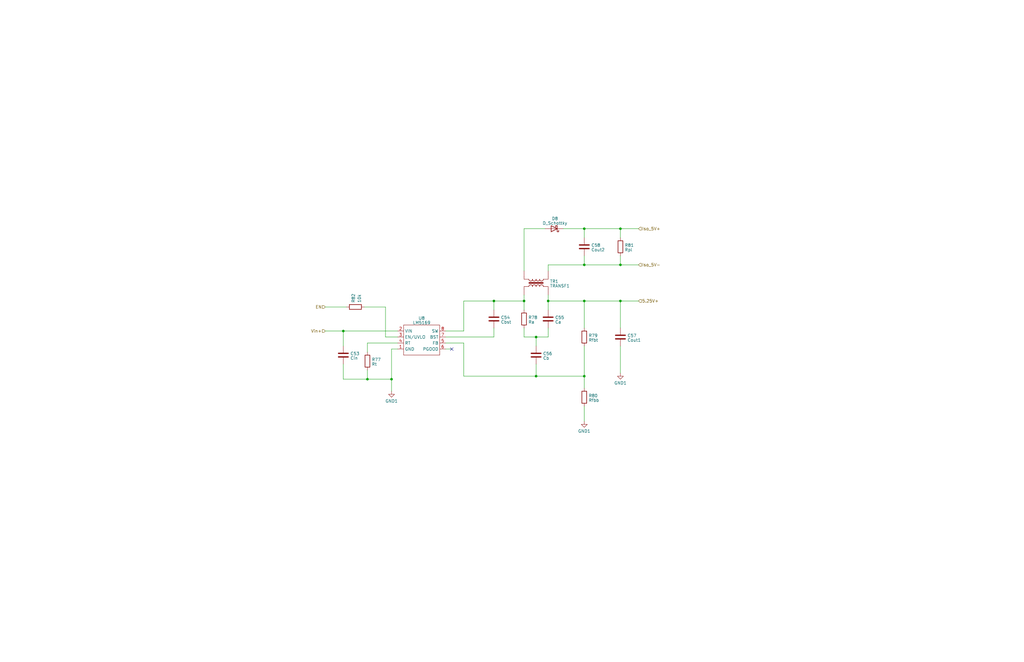
<source format=kicad_sch>
(kicad_sch (version 20230121) (generator eeschema)
  (paper "B")
  (lib_symbols
    (symbol "Device:C" (pin_numbers hide) (pin_names (offset 0.254))
      (property "Reference" "C" (at 0.635 2.54 0))
      (property "Value" "C" (at 0.635 -2.54 0))
      (symbol "C_0_1"
        (polyline (pts (xy -2.032 -0.762) (xy 2.032 -0.762)) (stroke (width 0.508)))
        (polyline (pts (xy -2.032 0.762) (xy 2.032 0.762)) (stroke (width 0.508)))
      )
      (symbol "C_1_1"
        (pin passive line (at 0 3.81 270) (length 2.794) (name "~") (number "1"))
        (pin passive line (at 0 -3.81 90) (length 2.794) (name "~") (number "2"))
      )
    )
    (symbol "Device:D_Schottky" (pin_numbers hide) (pin_names (offset 1.016) hide)
      (property "Reference" "D" (at 0 2.54 0))
      (property "Value" "D_Schottky" (at 0 -2.54 0))
      (symbol "D_Schottky_0_1"
        (polyline (pts (xy 1.27 0) (xy -1.27 0)))
        (polyline (pts (xy 1.27 1.27) (xy 1.27 -1.27) (xy -1.27 0) (xy 1.27 1.27)) (stroke (width 0.254)))
        (polyline (pts (xy -1.905 0.635) (xy -1.905 1.27) (xy -1.27 1.27) (xy -1.27 -1.27) (xy -0.635 -1.27) (xy -0.635 -0.635)) (stroke (width 0.254)))
      )
      (symbol "D_Schottky_1_1"
        (pin passive line (at -3.81 0 0) (length 2.54) (name "K") (number "1"))
        (pin passive line (at 3.81 0 180) (length 2.54) (name "A") (number "2"))
      )
    )
    (symbol "Device:R" (pin_numbers hide) (pin_names (offset 0))
      (property "Reference" "R" (at 2.032 0 90))
      (property "Value" "R" (at 0 0 90))
      (symbol "R_0_1"
        (rectangle (start -1.016 -2.54) (end 1.016 2.54) (stroke (width 0.254)))
      )
      (symbol "R_1_1"
        (pin passive line (at 0 3.81 270) (length 1.27) (name "~") (number "1"))
        (pin passive line (at 0 -3.81 90) (length 1.27) (name "~") (number "2"))
      )
    )
    (symbol "Transformer:TRANSF1" (pin_numbers hide) (pin_names (offset 0))
      (property "Reference" "TR" (at 0 6.35 0))
      (property "Value" "TRANSF1" (at 0 -6.35 0))
      (symbol "TRANSF1_0_1"
        (arc (start -1.524 -3.048) (mid -0.7653 -2.286) (end -1.524 -1.524) (stroke (width 0.2032)))
        (arc (start -1.524 -1.524) (mid -0.7653 -0.762) (end -1.524 0) (stroke (width 0.2032)))
        (arc (start -1.524 0) (mid -0.7653 0.762) (end -1.524 1.524) (stroke (width 0.2032)))
        (arc (start -1.524 1.524) (mid -0.7653 2.286) (end -1.524 3.048) (stroke (width 0.2032)))
        (rectangle (start -0.254 3.048) (end 0.254 -3.048) (stroke (width 0.0254)) (fill (type outline)))
        (polyline (pts (xy -2.54 5.08) (xy -1.524 5.08) (xy -1.524 3.048) (xy -1.524 3.048)) (stroke (width 0.1524)))
        (polyline (pts (xy -1.524 -3.048) (xy -1.524 -5.08) (xy -2.54 -5.08) (xy -2.54 -5.08)) (stroke (width 0.1524)))
        (polyline (pts (xy 1.524 3.048) (xy 1.524 5.08) (xy 2.54 5.08) (xy 2.54 5.08)) (stroke (width 0.1524)))
        (polyline (pts (xy 2.54 -5.08) (xy 1.524 -5.08) (xy 1.524 -3.048) (xy 1.524 -3.048)) (stroke (width 0.1524)))
        (arc (start 1.524 -1.524) (mid 0.7653 -2.286) (end 1.524 -3.048) (stroke (width 0.2032)))
        (arc (start 1.524 0) (mid 0.7653 -0.762) (end 1.524 -1.524) (stroke (width 0.2032)))
        (arc (start 1.524 1.524) (mid 0.7653 0.762) (end 1.524 0) (stroke (width 0.2032)))
        (arc (start 1.524 3.048) (mid 0.7653 2.286) (end 1.524 1.524) (stroke (width 0.2032)))
      )
      (symbol "TRANSF1_1_1"
        (pin passive line (at -5.08 5.08 0) (length 2.54) (name "~") (number "1"))
        (pin passive line (at -5.08 -5.08 0) (length 2.54) (name "~") (number "2"))
        (pin passive line (at 5.08 -5.08 180) (length 2.54) (name "~") (number "3"))
        (pin passive line (at 5.08 5.08 180) (length 2.54) (name "~") (number "4"))
      )
    )
    (symbol "power:GND1" (power) (pin_names (offset 0))
      (property "Value" "GND1" (at 0 -3.81 0))
      (symbol "GND1_0_1"
        (polyline (pts (xy 0 0) (xy 0 -1.27) (xy 1.27 -1.27) (xy 0 -2.54) (xy -1.27 -1.27) (xy 0 -1.27)))
      )
      (symbol "GND1_1_1"
        (pin power_in line (at 0 0 270) (length 0) hide (name "GND1") (number "1"))
      )
    )
    (symbol "qtech:LM5169"
      (property "Reference" "U" (at -7.62 8.89 0))
      (property "Value" "LM5169" (at -7.62 6.35 0))
      (symbol "LM5169_0_1"
        (rectangle (start -7.62 5.08) (end 7.62 -7.62))
      )
      (symbol "LM5169_1_1"
        (pin power_in line (at -10.16 -5.08 0) (length 2.54) (name "GND") (number "1"))
        (pin power_in line (at -10.16 2.54 0) (length 2.54) (name "VIN") (number "2"))
        (pin input line (at -10.16 0 0) (length 2.54) (name "EN/UVLO") (number "3"))
        (pin input line (at -10.16 -2.54 0) (length 2.54) (name "RT") (number "4"))
        (pin input line (at 10.16 -2.54 180) (length 2.54) (name "FB") (number "5"))
        (pin output line (at 10.16 -5.08 180) (length 2.54) (name "PGOOD") (number "6"))
        (pin power_in line (at 10.16 0 180) (length 2.54) (name "BST") (number "7"))
        (pin power_out line (at 10.16 2.54 180) (length 2.54) (name "SW") (number "8"))
      )
    )
  )
  (junction (at 261.62 127))
  (junction (at 226.06 142.24))
  (junction (at 165.1 160.02))
  (junction (at 208.28 127))
  (junction (at 220.98 127))
  (junction (at 246.38 96.52))
  (junction (at 231.14 127))
  (junction (at 246.38 127))
  (junction (at 154.94 160.02))
  (junction (at 246.38 158.75))
  (junction (at 261.62 111.76))
  (junction (at 261.62 96.52))
  (junction (at 246.38 111.76))
  (junction (at 144.78 139.7))
  (junction (at 226.06 158.75))
  (no_connect (at 190.5 147.32))
  (wire (pts (xy 154.94 156.21) (xy 154.94 160.02)))
  (wire (pts (xy 226.06 158.75) (xy 246.38 158.75)))
  (wire (pts (xy 220.98 96.52) (xy 229.87 96.52)))
  (wire (pts (xy 246.38 127) (xy 246.38 138.43)))
  (wire (pts (xy 220.98 142.24) (xy 226.06 142.24)))
  (wire (pts (xy 167.64 147.32) (xy 165.1 147.32)))
  (wire (pts (xy 187.96 139.7) (xy 195.58 139.7)))
  (wire (pts (xy 237.49 96.52) (xy 246.38 96.52)))
  (wire (pts (xy 261.62 96.52) (xy 269.24 96.52)))
  (wire (pts (xy 167.64 142.24) (xy 162.56 142.24)))
  (wire (pts (xy 220.98 96.52) (xy 220.98 114.3)))
  (wire (pts (xy 231.14 142.24) (xy 226.06 142.24)))
  (wire (pts (xy 220.98 124.46) (xy 220.98 127)))
  (wire (pts (xy 231.14 111.76) (xy 231.14 114.3)))
  (wire (pts (xy 187.96 147.32) (xy 190.5 147.32)))
  (wire (pts (xy 162.56 142.24) (xy 162.56 129.54)))
  (wire (pts (xy 165.1 160.02) (xy 154.94 160.02)))
  (wire (pts (xy 144.78 139.7) (xy 144.78 146.05)))
  (wire (pts (xy 246.38 146.05) (xy 246.38 158.75)))
  (wire (pts (xy 231.14 127) (xy 246.38 127)))
  (wire (pts (xy 137.16 139.7) (xy 144.78 139.7)))
  (wire (pts (xy 195.58 127) (xy 208.28 127)))
  (wire (pts (xy 187.96 144.78) (xy 195.58 144.78)))
  (wire (pts (xy 246.38 96.52) (xy 246.38 100.33)))
  (wire (pts (xy 137.16 129.54) (xy 146.05 129.54)))
  (wire (pts (xy 167.64 144.78) (xy 154.94 144.78)))
  (wire (pts (xy 220.98 138.43) (xy 220.98 142.24)))
  (wire (pts (xy 220.98 127) (xy 220.98 130.81)))
  (wire (pts (xy 226.06 153.67) (xy 226.06 158.75)))
  (wire (pts (xy 144.78 160.02) (xy 144.78 153.67)))
  (wire (pts (xy 226.06 142.24) (xy 226.06 146.05)))
  (wire (pts (xy 187.96 142.24) (xy 208.28 142.24)))
  (wire (pts (xy 220.98 127) (xy 208.28 127)))
  (wire (pts (xy 246.38 111.76) (xy 231.14 111.76)))
  (wire (pts (xy 195.58 144.78) (xy 195.58 158.75)))
  (wire (pts (xy 208.28 142.24) (xy 208.28 138.43)))
  (wire (pts (xy 195.58 158.75) (xy 226.06 158.75)))
  (wire (pts (xy 154.94 160.02) (xy 144.78 160.02)))
  (wire (pts (xy 165.1 160.02) (xy 165.1 165.1)))
  (wire (pts (xy 261.62 146.05) (xy 261.62 157.48)))
  (wire (pts (xy 246.38 171.45) (xy 246.38 177.8)))
  (wire (pts (xy 144.78 139.7) (xy 167.64 139.7)))
  (wire (pts (xy 261.62 127) (xy 261.62 138.43)))
  (wire (pts (xy 246.38 96.52) (xy 261.62 96.52)))
  (wire (pts (xy 154.94 144.78) (xy 154.94 148.59)))
  (wire (pts (xy 165.1 147.32) (xy 165.1 160.02)))
  (wire (pts (xy 246.38 127) (xy 261.62 127)))
  (wire (pts (xy 208.28 127) (xy 208.28 130.81)))
  (wire (pts (xy 261.62 111.76) (xy 269.24 111.76)))
  (wire (pts (xy 162.56 129.54) (xy 153.67 129.54)))
  (wire (pts (xy 231.14 138.43) (xy 231.14 142.24)))
  (wire (pts (xy 261.62 127) (xy 269.24 127)))
  (wire (pts (xy 246.38 111.76) (xy 261.62 111.76)))
  (wire (pts (xy 231.14 127) (xy 231.14 130.81)))
  (wire (pts (xy 195.58 139.7) (xy 195.58 127)))
  (wire (pts (xy 261.62 107.95) (xy 261.62 111.76)))
  (wire (pts (xy 231.14 124.46) (xy 231.14 127)))
  (wire (pts (xy 261.62 96.52) (xy 261.62 100.33)))
  (wire (pts (xy 246.38 107.95) (xy 246.38 111.76)))
  (wire (pts (xy 246.38 158.75) (xy 246.38 163.83)))
  (hierarchical_label "Iso_5V+" (shape input) (at 269.24 96.52 0))
  (hierarchical_label "5.25V+" (shape input) (at 269.24 127 0))
  (hierarchical_label "EN" (shape input) (at 137.16 129.54 180))
  (hierarchical_label "Iso_5V-" (shape input) (at 269.24 111.76 0))
  (hierarchical_label "Vin+" (shape input) (at 137.16 139.7 180))
  (symbol (lib_id "power:GND1") (at 246.38 177.8 0) (unit 1)
    (property "Reference" "#PWR025" (effects hide))
    (property "Value" "GND1" (at 246.38 181.9355 0))
    (instances (project "bms" (path "" (reference "#PWR025") (unit 1)) (path "" (reference "#PWR044") (unit 1))))
  )
  (symbol (lib_id "Device:R") (at 246.38 167.64 0) (unit 1)
    (property "Reference" "R80" (at 248.158 166.9963 0) (effects (justify left)))
    (property "Value" "Rfbb" (at 248.158 168.9173 0) (effects (justify left)))
  )
  (symbol (lib_id "Transformer:TRANSF1") (at 226.06 119.38 90) (unit 1)
    (property "Reference" "TR1" (at 231.8512 118.7363 90) (effects (justify right)))
    (property "Value" "TRANSF1" (at 231.8512 120.6573 90) (effects (justify right)))
  )
  (symbol (lib_id "Device:C") (at 144.78 149.86 0) (unit 1)
    (property "Reference" "C53" (at 147.701 149.2163 0) (effects (justify left)))
    (property "Value" "Cin" (at 147.701 151.1373 0) (effects (justify left)))
  )
  (symbol (lib_id "Device:R") (at 154.94 152.4 0) (unit 1)
    (property "Reference" "R77" (at 156.718 151.7563 0) (effects (justify left)))
    (property "Value" "Rt" (at 156.718 153.6773 0) (effects (justify left)))
  )
  (symbol (lib_id "Device:D_Schottky") (at 233.68 96.52 180) (unit 1)
    (property "Reference" "D8" (at 233.9975 92.2401 0))
    (property "Value" "D_Schottky" (at 233.9975 94.1611 0))
  )
  (symbol (lib_id "power:GND1") (at 261.62 157.48 0) (unit 1)
    (property "Reference" "#PWR025" (effects hide))
    (property "Value" "GND1" (at 261.62 161.6155 0))
    (instances (project "bms" (path "" (reference "#PWR025") (unit 1)) (path "" (reference "#PWR045") (unit 1))))
  )
  (symbol (lib_id "qtech:LM5169") (at 177.8 142.24 0) (unit 1)
    (property "Reference" "U8" (at 177.8 134.2771 0))
    (property "Value" "LM5169" (at 177.8 136.1981 0))
    (property "Footprint" "Package_SO:TI_SO-PowerPAD-8_ThermalVias" (effects hide))
    (property "Datasheet" "https://www.ti.com/lit/ds/symlink/lm5168.pdf" (effects hide))
  )
  (symbol (lib_id "Device:C") (at 208.28 134.62 0) (unit 1)
    (property "Reference" "C54" (at 211.201 133.9763 0) (effects (justify left)))
    (property "Value" "Cbst" (at 211.201 135.8973 0) (effects (justify left)))
  )
  (symbol (lib_id "Device:C") (at 246.38 104.14 0) (unit 1)
    (property "Reference" "C58" (at 249.301 103.4963 0) (effects (justify left)))
    (property "Value" "Cout2" (at 249.301 105.4173 0) (effects (justify left)))
  )
  (symbol (lib_id "Device:C") (at 261.62 142.24 0) (unit 1)
    (property "Reference" "C57" (at 264.541 141.5963 0) (effects (justify left)))
    (property "Value" "Cout1" (at 264.541 143.5173 0) (effects (justify left)))
  )
  (symbol (lib_id "power:GND1") (at 165.1 165.1 0) (unit 1)
    (property "Reference" "#PWR025" (effects hide))
    (property "Value" "GND1" (at 165.1 169.2355 0))
  )
  (symbol (lib_id "Device:R") (at 220.98 134.62 0) (unit 1)
    (property "Reference" "R78" (at 222.758 133.9763 0) (effects (justify left)))
    (property "Value" "Ra" (at 222.758 135.8973 0) (effects (justify left)))
  )
  (symbol (lib_id "Device:R") (at 246.38 142.24 0) (unit 1)
    (property "Reference" "R79" (at 248.158 141.5963 0) (effects (justify left)))
    (property "Value" "Rfbt" (at 248.158 143.5173 0) (effects (justify left)))
  )
  (symbol (lib_id "Device:C") (at 226.06 149.86 0) (unit 1)
    (property "Reference" "C56" (at 228.981 149.2163 0) (effects (justify left)))
    (property "Value" "Cb" (at 228.981 151.1373 0) (effects (justify left)))
  )
  (symbol (lib_id "Device:R") (at 261.62 104.14 0) (unit 1)
    (property "Reference" "R81" (at 263.398 103.4963 0) (effects (justify left)))
    (property "Value" "Rpl" (at 263.398 105.4173 0) (effects (justify left)))
  )
  (symbol (lib_id "Device:C") (at 231.14 134.62 0) (unit 1)
    (property "Reference" "C55" (at 234.061 133.9763 0) (effects (justify left)))
    (property "Value" "Ca" (at 234.061 135.8973 0) (effects (justify left)))
  )
  (symbol (lib_id "Device:R") (at 149.86 129.54 90) (unit 1)
    (property "Reference" "R82" (at 149.0253 127.762 0) (effects (justify left)))
    (property "Value" "10k" (at 151.5622 127.762 0) (effects (justify left)))
    (property "Footprint" "Resistor_SMD:R_0603_1608Metric" (effects hide))
  )
)
</source>
